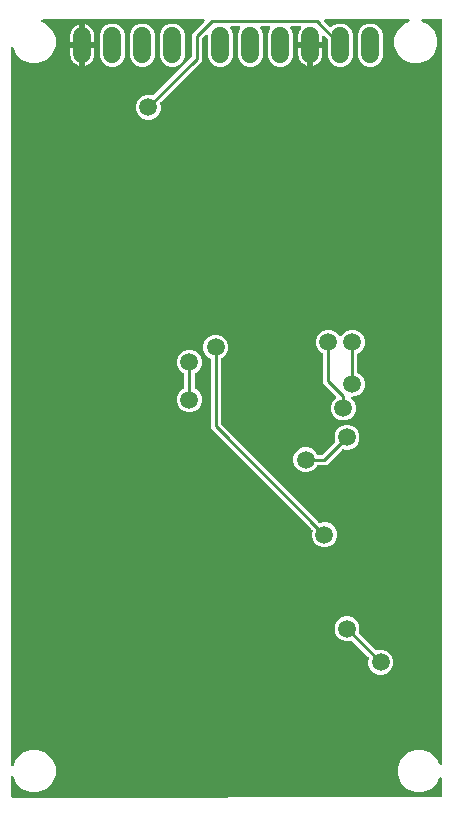
<source format=gbr>
G04 EAGLE Gerber X2 export*
%TF.Part,Single*%
%TF.FileFunction,Copper,L2,Bot,Mixed*%
%TF.FilePolarity,Positive*%
%TF.GenerationSoftware,Autodesk,EAGLE,8.6.0*%
%TF.CreationDate,2018-02-12T05:02:09Z*%
G75*
%MOMM*%
%FSLAX34Y34*%
%LPD*%
%AMOC8*
5,1,8,0,0,1.08239X$1,22.5*%
G01*
%ADD10C,1.524000*%
%ADD11C,1.500000*%
%ADD12C,0.254000*%

G36*
X374500Y28903D02*
X374500Y28903D01*
X374617Y28918D01*
X374735Y28925D01*
X374774Y28938D01*
X374815Y28943D01*
X374925Y28987D01*
X375037Y29023D01*
X375072Y29045D01*
X375111Y29061D01*
X375206Y29130D01*
X375306Y29193D01*
X375334Y29223D01*
X375368Y29248D01*
X375443Y29339D01*
X375524Y29425D01*
X375544Y29461D01*
X375570Y29493D01*
X375621Y29600D01*
X375678Y29703D01*
X375688Y29743D01*
X375705Y29781D01*
X375728Y29897D01*
X375757Y30011D01*
X375761Y30073D01*
X375765Y30093D01*
X375764Y30114D01*
X375767Y30172D01*
X375767Y44229D01*
X375759Y44299D01*
X375760Y44368D01*
X375739Y44456D01*
X375727Y44545D01*
X375702Y44610D01*
X375685Y44678D01*
X375643Y44757D01*
X375610Y44841D01*
X375569Y44897D01*
X375537Y44959D01*
X375476Y45025D01*
X375424Y45098D01*
X375370Y45142D01*
X375323Y45194D01*
X375248Y45243D01*
X375179Y45301D01*
X375115Y45330D01*
X375057Y45369D01*
X374972Y45398D01*
X374891Y45436D01*
X374822Y45449D01*
X374756Y45472D01*
X374667Y45479D01*
X374579Y45496D01*
X374509Y45492D01*
X374439Y45497D01*
X374351Y45482D01*
X374261Y45476D01*
X374195Y45455D01*
X374126Y45443D01*
X374044Y45406D01*
X373959Y45378D01*
X373900Y45341D01*
X373836Y45312D01*
X373766Y45256D01*
X373690Y45208D01*
X373642Y45157D01*
X373588Y45114D01*
X373533Y45042D01*
X373472Y44977D01*
X373438Y44915D01*
X373396Y44860D01*
X373325Y44715D01*
X371622Y40603D01*
X366559Y35540D01*
X359943Y32799D01*
X352781Y32799D01*
X346165Y35540D01*
X341102Y40603D01*
X338361Y47219D01*
X338361Y54381D01*
X341102Y60997D01*
X346165Y66060D01*
X352781Y68801D01*
X359943Y68801D01*
X366559Y66060D01*
X371622Y60997D01*
X373325Y56885D01*
X373360Y56824D01*
X373386Y56759D01*
X373438Y56687D01*
X373483Y56609D01*
X373531Y56559D01*
X373572Y56502D01*
X373642Y56445D01*
X373704Y56380D01*
X373764Y56344D01*
X373817Y56299D01*
X373899Y56261D01*
X373975Y56214D01*
X374042Y56193D01*
X374105Y56164D01*
X374193Y56147D01*
X374279Y56120D01*
X374349Y56117D01*
X374418Y56104D01*
X374507Y56110D01*
X374597Y56105D01*
X374665Y56119D01*
X374735Y56124D01*
X374820Y56151D01*
X374908Y56170D01*
X374971Y56200D01*
X375037Y56222D01*
X375113Y56270D01*
X375194Y56309D01*
X375247Y56355D01*
X375306Y56392D01*
X375368Y56457D01*
X375436Y56516D01*
X375476Y56573D01*
X375524Y56623D01*
X375567Y56702D01*
X375619Y56776D01*
X375644Y56841D01*
X375678Y56902D01*
X375700Y56989D01*
X375732Y57073D01*
X375740Y57142D01*
X375757Y57210D01*
X375767Y57371D01*
X375767Y686352D01*
X375752Y686471D01*
X375745Y686591D01*
X375732Y686628D01*
X375727Y686668D01*
X375683Y686779D01*
X375646Y686893D01*
X375625Y686927D01*
X375610Y686963D01*
X375540Y687060D01*
X375476Y687162D01*
X375447Y687189D01*
X375424Y687221D01*
X375331Y687297D01*
X375244Y687379D01*
X375209Y687398D01*
X375179Y687424D01*
X375070Y687475D01*
X374965Y687532D01*
X374927Y687542D01*
X374891Y687559D01*
X374773Y687582D01*
X374657Y687611D01*
X374598Y687615D01*
X374579Y687619D01*
X374558Y687618D01*
X374496Y687621D01*
X359459Y687601D01*
X359391Y687592D01*
X359322Y687593D01*
X359233Y687572D01*
X359144Y687561D01*
X359079Y687535D01*
X359012Y687519D01*
X358932Y687477D01*
X358848Y687443D01*
X358792Y687403D01*
X358731Y687370D01*
X358664Y687309D01*
X358591Y687256D01*
X358547Y687203D01*
X358496Y687156D01*
X358446Y687081D01*
X358388Y687011D01*
X358359Y686948D01*
X358321Y686891D01*
X358292Y686805D01*
X358253Y686723D01*
X358240Y686655D01*
X358218Y686590D01*
X358211Y686500D01*
X358194Y686410D01*
X358198Y686342D01*
X358193Y686273D01*
X358208Y686183D01*
X358214Y686093D01*
X358235Y686027D01*
X358247Y685960D01*
X358284Y685877D01*
X358313Y685791D01*
X358349Y685732D01*
X358378Y685670D01*
X358434Y685599D01*
X358483Y685522D01*
X358533Y685475D01*
X358576Y685421D01*
X358649Y685366D01*
X358715Y685305D01*
X358775Y685271D01*
X358830Y685230D01*
X358975Y685159D01*
X363511Y683280D01*
X368574Y678217D01*
X371315Y671601D01*
X371315Y664439D01*
X368574Y657823D01*
X363511Y652760D01*
X356895Y650019D01*
X349733Y650019D01*
X343117Y652760D01*
X338054Y657823D01*
X335313Y664439D01*
X335313Y671601D01*
X338054Y678217D01*
X343117Y683280D01*
X347612Y685142D01*
X347674Y685177D01*
X347739Y685203D01*
X347811Y685256D01*
X347889Y685300D01*
X347939Y685349D01*
X347996Y685390D01*
X348053Y685459D01*
X348117Y685521D01*
X348154Y685581D01*
X348199Y685636D01*
X348237Y685716D01*
X348283Y685792D01*
X348304Y685859D01*
X348334Y685924D01*
X348351Y686011D01*
X348377Y686096D01*
X348380Y686166D01*
X348393Y686236D01*
X348388Y686325D01*
X348392Y686414D01*
X348378Y686483D01*
X348373Y686553D01*
X348346Y686638D01*
X348328Y686725D01*
X348297Y686789D01*
X348275Y686856D01*
X348227Y686931D01*
X348188Y687011D01*
X348142Y687065D01*
X348104Y687124D01*
X348039Y687185D01*
X347982Y687253D01*
X347924Y687294D01*
X347872Y687342D01*
X347794Y687385D01*
X347722Y687436D01*
X347655Y687461D01*
X347594Y687495D01*
X347507Y687517D01*
X347424Y687549D01*
X347354Y687556D01*
X347286Y687574D01*
X347125Y687584D01*
X277289Y687488D01*
X277152Y687471D01*
X277014Y687458D01*
X276994Y687451D01*
X276973Y687448D01*
X276845Y687397D01*
X276715Y687350D01*
X276697Y687338D01*
X276678Y687331D01*
X276566Y687249D01*
X276452Y687172D01*
X276438Y687156D01*
X276421Y687143D01*
X276332Y687037D01*
X276241Y686933D01*
X276232Y686915D01*
X276218Y686898D01*
X276159Y686773D01*
X276097Y686650D01*
X276092Y686630D01*
X276083Y686610D01*
X276057Y686474D01*
X276027Y686340D01*
X276028Y686319D01*
X276024Y686298D01*
X276033Y686160D01*
X276037Y686022D01*
X276043Y686002D01*
X276044Y685981D01*
X276087Y685849D01*
X276125Y685716D01*
X276136Y685698D01*
X276142Y685678D01*
X276216Y685562D01*
X276287Y685442D01*
X276306Y685420D01*
X276313Y685410D01*
X276328Y685396D01*
X276393Y685322D01*
X280680Y681035D01*
X280774Y680962D01*
X280863Y680883D01*
X280899Y680865D01*
X280931Y680840D01*
X281041Y680793D01*
X281146Y680738D01*
X281186Y680730D01*
X281223Y680714D01*
X281341Y680695D01*
X281457Y680669D01*
X281497Y680670D01*
X281537Y680664D01*
X281656Y680675D01*
X281775Y680678D01*
X281813Y680690D01*
X281854Y680694D01*
X281966Y680734D01*
X282080Y680767D01*
X282115Y680787D01*
X282153Y680801D01*
X282252Y680868D01*
X282354Y680928D01*
X282399Y680968D01*
X282416Y680980D01*
X282430Y680995D01*
X282475Y681035D01*
X283544Y682104D01*
X287447Y683721D01*
X291673Y683721D01*
X295576Y682104D01*
X298564Y679116D01*
X300181Y675213D01*
X300181Y655747D01*
X298564Y651844D01*
X295576Y648856D01*
X291673Y647239D01*
X287447Y647239D01*
X283544Y648856D01*
X280556Y651844D01*
X278939Y655747D01*
X278939Y670170D01*
X278927Y670268D01*
X278924Y670367D01*
X278907Y670426D01*
X278899Y670486D01*
X278863Y670578D01*
X278835Y670673D01*
X278805Y670725D01*
X278782Y670781D01*
X278724Y670862D01*
X278674Y670947D01*
X278608Y671022D01*
X278596Y671039D01*
X278586Y671047D01*
X278568Y671068D01*
X276487Y673148D01*
X276378Y673233D01*
X276271Y673322D01*
X276252Y673330D01*
X276236Y673343D01*
X276108Y673398D01*
X275983Y673457D01*
X275963Y673461D01*
X275944Y673469D01*
X275806Y673491D01*
X275670Y673517D01*
X275650Y673516D01*
X275630Y673519D01*
X275491Y673506D01*
X275353Y673497D01*
X275334Y673491D01*
X275314Y673489D01*
X275182Y673442D01*
X275051Y673399D01*
X275033Y673388D01*
X275014Y673382D01*
X274899Y673303D01*
X274782Y673229D01*
X274768Y673214D01*
X274751Y673203D01*
X274659Y673099D01*
X274564Y672997D01*
X274554Y672980D01*
X274541Y672965D01*
X274477Y672840D01*
X274410Y672719D01*
X274405Y672699D01*
X274396Y672681D01*
X274366Y672545D01*
X274331Y672411D01*
X274329Y672383D01*
X274326Y672371D01*
X274327Y672351D01*
X274321Y672250D01*
X274321Y668019D01*
X265430Y668019D01*
X265312Y668004D01*
X265193Y667997D01*
X265155Y667984D01*
X265115Y667979D01*
X265004Y667936D01*
X264891Y667899D01*
X264857Y667877D01*
X264819Y667862D01*
X264723Y667792D01*
X264622Y667729D01*
X264594Y667699D01*
X264562Y667675D01*
X264486Y667584D01*
X264404Y667497D01*
X264385Y667462D01*
X264359Y667431D01*
X264308Y667323D01*
X264251Y667219D01*
X264240Y667179D01*
X264223Y667143D01*
X264201Y667026D01*
X264171Y666911D01*
X264167Y666850D01*
X264163Y666830D01*
X264165Y666810D01*
X264161Y666750D01*
X264161Y665479D01*
X264159Y665479D01*
X264159Y666750D01*
X264144Y666868D01*
X264137Y666987D01*
X264124Y667025D01*
X264119Y667065D01*
X264075Y667176D01*
X264039Y667289D01*
X264017Y667324D01*
X264002Y667361D01*
X263932Y667457D01*
X263869Y667558D01*
X263839Y667586D01*
X263815Y667619D01*
X263724Y667694D01*
X263637Y667776D01*
X263602Y667796D01*
X263570Y667821D01*
X263463Y667872D01*
X263358Y667930D01*
X263319Y667940D01*
X263283Y667957D01*
X263166Y667979D01*
X263051Y668009D01*
X262990Y668013D01*
X262970Y668017D01*
X262950Y668015D01*
X262890Y668019D01*
X253999Y668019D01*
X253999Y673900D01*
X254249Y675479D01*
X254744Y677000D01*
X255470Y678425D01*
X256261Y679514D01*
X256280Y679549D01*
X256305Y679579D01*
X256356Y679688D01*
X256414Y679793D01*
X256424Y679831D01*
X256441Y679867D01*
X256463Y679984D01*
X256493Y680101D01*
X256493Y680141D01*
X256501Y680180D01*
X256493Y680299D01*
X256493Y680419D01*
X256483Y680457D01*
X256481Y680497D01*
X256444Y680611D01*
X256414Y680727D01*
X256395Y680762D01*
X256383Y680799D01*
X256319Y680901D01*
X256261Y681005D01*
X256234Y681034D01*
X256213Y681068D01*
X256125Y681150D01*
X256044Y681237D01*
X256010Y681259D01*
X255981Y681286D01*
X255876Y681344D01*
X255775Y681408D01*
X255737Y681420D01*
X255702Y681440D01*
X255587Y681469D01*
X255473Y681507D01*
X255433Y681509D01*
X255395Y681519D01*
X255234Y681529D01*
X248415Y681529D01*
X248277Y681512D01*
X248139Y681499D01*
X248120Y681492D01*
X248099Y681489D01*
X247970Y681438D01*
X247839Y681391D01*
X247823Y681380D01*
X247804Y681372D01*
X247691Y681291D01*
X247576Y681213D01*
X247563Y681197D01*
X247546Y681186D01*
X247458Y681079D01*
X247366Y680974D01*
X247356Y680956D01*
X247344Y680941D01*
X247284Y680815D01*
X247221Y680691D01*
X247217Y680671D01*
X247208Y680653D01*
X247182Y680517D01*
X247151Y680381D01*
X247152Y680360D01*
X247148Y680341D01*
X247157Y680202D01*
X247161Y680063D01*
X247167Y680043D01*
X247168Y680023D01*
X247211Y679891D01*
X247250Y679757D01*
X247260Y679740D01*
X247266Y679721D01*
X247340Y679603D01*
X247411Y679483D01*
X247430Y679462D01*
X247436Y679452D01*
X247451Y679438D01*
X247517Y679362D01*
X247764Y679116D01*
X249381Y675213D01*
X249381Y655747D01*
X247764Y651844D01*
X244776Y648856D01*
X240873Y647239D01*
X236647Y647239D01*
X232744Y648856D01*
X229756Y651844D01*
X228139Y655747D01*
X228139Y675213D01*
X229756Y679116D01*
X230003Y679362D01*
X230088Y679472D01*
X230176Y679579D01*
X230185Y679598D01*
X230197Y679614D01*
X230253Y679741D01*
X230312Y679867D01*
X230316Y679887D01*
X230324Y679906D01*
X230346Y680043D01*
X230372Y680180D01*
X230370Y680200D01*
X230374Y680220D01*
X230361Y680359D01*
X230352Y680497D01*
X230346Y680516D01*
X230344Y680536D01*
X230297Y680668D01*
X230254Y680799D01*
X230243Y680816D01*
X230236Y680836D01*
X230158Y680951D01*
X230084Y681068D01*
X230069Y681082D01*
X230058Y681099D01*
X229953Y681191D01*
X229852Y681286D01*
X229834Y681296D01*
X229819Y681309D01*
X229695Y681373D01*
X229574Y681440D01*
X229554Y681445D01*
X229536Y681454D01*
X229400Y681484D01*
X229266Y681519D01*
X229238Y681521D01*
X229226Y681524D01*
X229205Y681523D01*
X229105Y681529D01*
X223015Y681529D01*
X222877Y681512D01*
X222739Y681499D01*
X222720Y681492D01*
X222699Y681489D01*
X222570Y681438D01*
X222439Y681391D01*
X222423Y681380D01*
X222404Y681372D01*
X222291Y681291D01*
X222176Y681213D01*
X222163Y681197D01*
X222146Y681186D01*
X222058Y681079D01*
X221966Y680974D01*
X221956Y680956D01*
X221944Y680941D01*
X221884Y680815D01*
X221821Y680691D01*
X221817Y680671D01*
X221808Y680653D01*
X221782Y680517D01*
X221751Y680381D01*
X221752Y680360D01*
X221748Y680341D01*
X221757Y680202D01*
X221761Y680063D01*
X221767Y680043D01*
X221768Y680023D01*
X221811Y679891D01*
X221850Y679757D01*
X221860Y679740D01*
X221866Y679721D01*
X221940Y679603D01*
X222011Y679483D01*
X222030Y679462D01*
X222036Y679452D01*
X222051Y679438D01*
X222117Y679362D01*
X222364Y679116D01*
X223981Y675213D01*
X223981Y655747D01*
X222364Y651844D01*
X219376Y648856D01*
X215473Y647239D01*
X211247Y647239D01*
X207344Y648856D01*
X204356Y651844D01*
X202739Y655747D01*
X202739Y675213D01*
X204356Y679116D01*
X204603Y679362D01*
X204688Y679472D01*
X204776Y679579D01*
X204785Y679598D01*
X204797Y679614D01*
X204853Y679741D01*
X204912Y679867D01*
X204916Y679887D01*
X204924Y679906D01*
X204946Y680043D01*
X204972Y680180D01*
X204970Y680200D01*
X204974Y680220D01*
X204961Y680359D01*
X204952Y680497D01*
X204946Y680516D01*
X204944Y680536D01*
X204897Y680668D01*
X204854Y680799D01*
X204843Y680816D01*
X204836Y680836D01*
X204758Y680951D01*
X204684Y681068D01*
X204669Y681082D01*
X204658Y681099D01*
X204553Y681191D01*
X204452Y681286D01*
X204434Y681296D01*
X204419Y681309D01*
X204295Y681373D01*
X204174Y681440D01*
X204154Y681445D01*
X204136Y681454D01*
X204000Y681484D01*
X203866Y681519D01*
X203838Y681521D01*
X203826Y681524D01*
X203805Y681523D01*
X203705Y681529D01*
X197615Y681529D01*
X197477Y681512D01*
X197339Y681499D01*
X197320Y681492D01*
X197299Y681489D01*
X197170Y681438D01*
X197039Y681391D01*
X197023Y681380D01*
X197004Y681372D01*
X196891Y681291D01*
X196776Y681213D01*
X196763Y681197D01*
X196746Y681186D01*
X196658Y681079D01*
X196566Y680974D01*
X196556Y680956D01*
X196544Y680941D01*
X196484Y680815D01*
X196421Y680691D01*
X196417Y680671D01*
X196408Y680653D01*
X196382Y680517D01*
X196351Y680381D01*
X196352Y680360D01*
X196348Y680341D01*
X196357Y680202D01*
X196361Y680063D01*
X196367Y680043D01*
X196368Y680023D01*
X196411Y679891D01*
X196450Y679757D01*
X196460Y679740D01*
X196466Y679721D01*
X196540Y679603D01*
X196611Y679483D01*
X196630Y679462D01*
X196636Y679452D01*
X196651Y679438D01*
X196717Y679362D01*
X196964Y679116D01*
X198581Y675213D01*
X198581Y655747D01*
X196964Y651844D01*
X193976Y648856D01*
X190073Y647239D01*
X185847Y647239D01*
X181944Y648856D01*
X178956Y651844D01*
X177339Y655747D01*
X177339Y673060D01*
X177322Y673198D01*
X177309Y673337D01*
X177302Y673356D01*
X177299Y673376D01*
X177248Y673505D01*
X177201Y673636D01*
X177190Y673653D01*
X177182Y673672D01*
X177101Y673784D01*
X177023Y673899D01*
X177007Y673912D01*
X176996Y673929D01*
X176888Y674018D01*
X176784Y674110D01*
X176766Y674119D01*
X176751Y674132D01*
X176625Y674191D01*
X176501Y674254D01*
X176481Y674259D01*
X176463Y674267D01*
X176327Y674293D01*
X176191Y674324D01*
X176170Y674323D01*
X176151Y674327D01*
X176012Y674318D01*
X175873Y674314D01*
X175853Y674309D01*
X175833Y674307D01*
X175701Y674264D01*
X175567Y674226D01*
X175550Y674215D01*
X175531Y674209D01*
X175413Y674135D01*
X175293Y674064D01*
X175272Y674046D01*
X175262Y674039D01*
X175248Y674024D01*
X175173Y673958D01*
X172917Y671703D01*
X172857Y671624D01*
X172789Y671552D01*
X172760Y671499D01*
X172723Y671451D01*
X172683Y671361D01*
X172635Y671274D01*
X172620Y671215D01*
X172596Y671160D01*
X172581Y671062D01*
X172556Y670966D01*
X172550Y670866D01*
X172546Y670846D01*
X172548Y670833D01*
X172546Y670805D01*
X172546Y652281D01*
X169672Y649408D01*
X137406Y617141D01*
X137387Y617118D01*
X137365Y617098D01*
X137290Y616992D01*
X137211Y616890D01*
X137199Y616862D01*
X137182Y616838D01*
X137136Y616717D01*
X137084Y616598D01*
X137080Y616569D01*
X137069Y616541D01*
X137055Y616412D01*
X137034Y616284D01*
X137037Y616254D01*
X137034Y616225D01*
X137052Y616096D01*
X137064Y615967D01*
X137074Y615939D01*
X137078Y615910D01*
X137130Y615758D01*
X137501Y614864D01*
X137501Y610686D01*
X135902Y606827D01*
X132948Y603873D01*
X129089Y602274D01*
X124911Y602274D01*
X121052Y603873D01*
X118098Y606827D01*
X116499Y610686D01*
X116499Y614864D01*
X118098Y618723D01*
X121052Y621677D01*
X124911Y623276D01*
X129089Y623276D01*
X129983Y622905D01*
X130011Y622898D01*
X130037Y622884D01*
X130164Y622856D01*
X130289Y622822D01*
X130319Y622821D01*
X130348Y622815D01*
X130478Y622819D01*
X130607Y622816D01*
X130636Y622823D01*
X130666Y622824D01*
X130790Y622860D01*
X130917Y622891D01*
X130943Y622904D01*
X130971Y622913D01*
X131083Y622979D01*
X131198Y623039D01*
X131220Y623059D01*
X131245Y623074D01*
X131366Y623181D01*
X163633Y655447D01*
X163693Y655526D01*
X163761Y655598D01*
X163790Y655651D01*
X163827Y655699D01*
X163867Y655789D01*
X163915Y655876D01*
X163930Y655935D01*
X163954Y655990D01*
X163969Y656088D01*
X163994Y656184D01*
X164000Y656284D01*
X164004Y656304D01*
X164002Y656317D01*
X164004Y656345D01*
X164004Y674869D01*
X174315Y685179D01*
X174400Y685290D01*
X174490Y685398D01*
X174498Y685415D01*
X174510Y685431D01*
X174565Y685559D01*
X174625Y685686D01*
X174628Y685705D01*
X174636Y685723D01*
X174658Y685861D01*
X174684Y685998D01*
X174683Y686018D01*
X174686Y686037D01*
X174673Y686176D01*
X174664Y686316D01*
X174658Y686334D01*
X174656Y686353D01*
X174609Y686485D01*
X174565Y686618D01*
X174555Y686634D01*
X174548Y686653D01*
X174470Y686769D01*
X174395Y686886D01*
X174381Y686900D01*
X174370Y686916D01*
X174265Y687008D01*
X174163Y687104D01*
X174146Y687113D01*
X174131Y687126D01*
X174007Y687190D01*
X173884Y687257D01*
X173865Y687262D01*
X173848Y687271D01*
X173712Y687301D01*
X173576Y687336D01*
X173549Y687338D01*
X173538Y687340D01*
X173518Y687340D01*
X173416Y687346D01*
X37688Y687160D01*
X37620Y687152D01*
X37551Y687153D01*
X37463Y687132D01*
X37373Y687120D01*
X37309Y687095D01*
X37242Y687079D01*
X37161Y687036D01*
X37077Y687003D01*
X37022Y686962D01*
X36961Y686930D01*
X36894Y686869D01*
X36820Y686816D01*
X36776Y686762D01*
X36725Y686716D01*
X36675Y686640D01*
X36618Y686570D01*
X36588Y686508D01*
X36550Y686450D01*
X36521Y686365D01*
X36482Y686282D01*
X36470Y686215D01*
X36447Y686150D01*
X36440Y686059D01*
X36423Y685970D01*
X36428Y685901D01*
X36422Y685832D01*
X36438Y685743D01*
X36443Y685653D01*
X36465Y685587D01*
X36476Y685519D01*
X36514Y685436D01*
X36542Y685350D01*
X36579Y685292D01*
X36607Y685229D01*
X36664Y685158D01*
X36712Y685082D01*
X36763Y685035D01*
X36806Y684981D01*
X36878Y684926D01*
X36944Y684864D01*
X37005Y684831D01*
X37060Y684789D01*
X37204Y684719D01*
X40677Y683280D01*
X45740Y678217D01*
X48481Y671601D01*
X48481Y664439D01*
X45740Y657823D01*
X40677Y652760D01*
X34061Y650019D01*
X26899Y650019D01*
X20283Y652760D01*
X15220Y657823D01*
X13063Y663031D01*
X13028Y663092D01*
X13002Y663157D01*
X12950Y663229D01*
X12905Y663307D01*
X12857Y663358D01*
X12816Y663414D01*
X12746Y663471D01*
X12684Y663536D01*
X12624Y663572D01*
X12571Y663617D01*
X12489Y663655D01*
X12413Y663702D01*
X12346Y663723D01*
X12283Y663752D01*
X12195Y663769D01*
X12109Y663796D01*
X12039Y663799D01*
X11970Y663812D01*
X11881Y663807D01*
X11791Y663811D01*
X11723Y663797D01*
X11653Y663792D01*
X11568Y663765D01*
X11480Y663747D01*
X11417Y663716D01*
X11351Y663694D01*
X11275Y663646D01*
X11194Y663607D01*
X11141Y663562D01*
X11082Y663524D01*
X11020Y663459D01*
X10952Y663400D01*
X10912Y663343D01*
X10864Y663293D01*
X10821Y663214D01*
X10769Y663140D01*
X10744Y663075D01*
X10710Y663014D01*
X10688Y662927D01*
X10656Y662843D01*
X10648Y662774D01*
X10631Y662706D01*
X10621Y662545D01*
X10621Y56275D01*
X10629Y56205D01*
X10628Y56136D01*
X10649Y56048D01*
X10661Y55959D01*
X10686Y55894D01*
X10703Y55826D01*
X10745Y55747D01*
X10778Y55663D01*
X10819Y55607D01*
X10851Y55545D01*
X10912Y55479D01*
X10964Y55406D01*
X11018Y55361D01*
X11065Y55310D01*
X11140Y55260D01*
X11209Y55203D01*
X11273Y55173D01*
X11331Y55135D01*
X11416Y55106D01*
X11497Y55068D01*
X11566Y55055D01*
X11632Y55032D01*
X11721Y55025D01*
X11809Y55008D01*
X11879Y55012D01*
X11949Y55007D01*
X12037Y55022D01*
X12127Y55028D01*
X12193Y55049D01*
X12262Y55061D01*
X12344Y55098D01*
X12429Y55126D01*
X12488Y55163D01*
X12552Y55192D01*
X12622Y55248D01*
X12698Y55296D01*
X12746Y55347D01*
X12800Y55390D01*
X12855Y55462D01*
X12916Y55527D01*
X12950Y55589D01*
X12992Y55644D01*
X13063Y55789D01*
X15220Y60997D01*
X20283Y66060D01*
X26899Y68801D01*
X34061Y68801D01*
X40677Y66060D01*
X45740Y60997D01*
X48481Y54381D01*
X48481Y47219D01*
X45740Y40603D01*
X40677Y35540D01*
X34061Y32799D01*
X26899Y32799D01*
X20283Y35540D01*
X15220Y40603D01*
X13063Y45811D01*
X13028Y45872D01*
X13002Y45937D01*
X12950Y46009D01*
X12905Y46087D01*
X12857Y46138D01*
X12816Y46194D01*
X12746Y46251D01*
X12684Y46316D01*
X12624Y46352D01*
X12571Y46397D01*
X12489Y46435D01*
X12413Y46482D01*
X12346Y46503D01*
X12283Y46532D01*
X12195Y46549D01*
X12109Y46576D01*
X12039Y46579D01*
X11970Y46592D01*
X11881Y46587D01*
X11791Y46591D01*
X11723Y46577D01*
X11653Y46572D01*
X11568Y46545D01*
X11480Y46527D01*
X11417Y46496D01*
X11351Y46474D01*
X11275Y46426D01*
X11194Y46387D01*
X11141Y46342D01*
X11082Y46304D01*
X11020Y46239D01*
X10952Y46180D01*
X10912Y46123D01*
X10864Y46073D01*
X10821Y45994D01*
X10769Y45920D01*
X10744Y45855D01*
X10710Y45794D01*
X10688Y45707D01*
X10656Y45623D01*
X10648Y45554D01*
X10631Y45486D01*
X10621Y45325D01*
X10621Y29676D01*
X10636Y29557D01*
X10643Y29437D01*
X10656Y29400D01*
X10661Y29360D01*
X10705Y29249D01*
X10742Y29135D01*
X10763Y29101D01*
X10778Y29065D01*
X10848Y28968D01*
X10912Y28866D01*
X10941Y28839D01*
X10964Y28807D01*
X11057Y28731D01*
X11144Y28649D01*
X11179Y28630D01*
X11209Y28604D01*
X11318Y28553D01*
X11423Y28496D01*
X11461Y28486D01*
X11497Y28469D01*
X11615Y28446D01*
X11731Y28417D01*
X11790Y28413D01*
X11809Y28409D01*
X11830Y28410D01*
X11892Y28407D01*
X374500Y28903D01*
G37*
%LPC*%
G36*
X274136Y240324D02*
X274136Y240324D01*
X270277Y241923D01*
X267323Y244877D01*
X265724Y248736D01*
X265724Y252914D01*
X266095Y253808D01*
X266102Y253836D01*
X266116Y253862D01*
X266144Y253989D01*
X266178Y254114D01*
X266179Y254144D01*
X266185Y254173D01*
X266181Y254303D01*
X266184Y254432D01*
X266177Y254461D01*
X266176Y254491D01*
X266140Y254615D01*
X266109Y254742D01*
X266096Y254768D01*
X266087Y254796D01*
X266021Y254908D01*
X265961Y255023D01*
X265941Y255045D01*
X265926Y255070D01*
X265819Y255191D01*
X179879Y341131D01*
X179879Y399130D01*
X179876Y399159D01*
X179878Y399189D01*
X179856Y399317D01*
X179839Y399446D01*
X179829Y399473D01*
X179824Y399502D01*
X179770Y399621D01*
X179722Y399741D01*
X179705Y399765D01*
X179693Y399792D01*
X179612Y399894D01*
X179536Y399999D01*
X179513Y400017D01*
X179494Y400040D01*
X179391Y400119D01*
X179291Y400201D01*
X179264Y400214D01*
X179240Y400232D01*
X179096Y400303D01*
X178202Y400673D01*
X175248Y403627D01*
X173649Y407486D01*
X173649Y411664D01*
X175248Y415523D01*
X178202Y418477D01*
X182061Y420076D01*
X186239Y420076D01*
X190098Y418477D01*
X193052Y415523D01*
X194651Y411664D01*
X194651Y407486D01*
X193052Y403627D01*
X190098Y400673D01*
X189204Y400303D01*
X189179Y400288D01*
X189151Y400279D01*
X189041Y400210D01*
X188928Y400145D01*
X188907Y400125D01*
X188882Y400109D01*
X188793Y400014D01*
X188700Y399924D01*
X188684Y399899D01*
X188664Y399877D01*
X188601Y399763D01*
X188533Y399653D01*
X188525Y399624D01*
X188510Y399599D01*
X188478Y399473D01*
X188440Y399349D01*
X188438Y399319D01*
X188431Y399291D01*
X188421Y399130D01*
X188421Y345195D01*
X188433Y345097D01*
X188436Y344998D01*
X188453Y344939D01*
X188461Y344879D01*
X188497Y344787D01*
X188525Y344692D01*
X188555Y344640D01*
X188578Y344584D01*
X188636Y344503D01*
X188686Y344418D01*
X188752Y344343D01*
X188764Y344326D01*
X188774Y344318D01*
X188792Y344297D01*
X271859Y261231D01*
X271882Y261212D01*
X271902Y261190D01*
X272008Y261115D01*
X272110Y261036D01*
X272138Y261024D01*
X272162Y261007D01*
X272283Y260961D01*
X272402Y260909D01*
X272431Y260905D01*
X272459Y260894D01*
X272588Y260880D01*
X272716Y260859D01*
X272746Y260862D01*
X272775Y260859D01*
X272904Y260877D01*
X273033Y260889D01*
X273061Y260899D01*
X273090Y260903D01*
X273242Y260955D01*
X274136Y261326D01*
X278314Y261326D01*
X282173Y259727D01*
X285127Y256773D01*
X286726Y252914D01*
X286726Y248736D01*
X285127Y244877D01*
X282173Y241923D01*
X278314Y240324D01*
X274136Y240324D01*
G37*
%LPD*%
%LPC*%
G36*
X290011Y347639D02*
X290011Y347639D01*
X286152Y349238D01*
X283198Y352192D01*
X281599Y356051D01*
X281599Y360229D01*
X283198Y364088D01*
X285838Y366728D01*
X285911Y366822D01*
X285989Y366911D01*
X286008Y366947D01*
X286032Y366979D01*
X286080Y367089D01*
X286134Y367194D01*
X286143Y367234D01*
X286159Y367271D01*
X286177Y367389D01*
X286204Y367505D01*
X286202Y367545D01*
X286209Y367585D01*
X286197Y367704D01*
X286194Y367823D01*
X286183Y367861D01*
X286179Y367902D01*
X286139Y368014D01*
X286105Y368128D01*
X286085Y368163D01*
X286071Y368201D01*
X286004Y368300D01*
X285944Y368402D01*
X285904Y368447D01*
X285893Y368464D01*
X285877Y368478D01*
X285838Y368523D01*
X278003Y376358D01*
X275129Y379231D01*
X275129Y403575D01*
X275126Y403604D01*
X275128Y403634D01*
X275106Y403762D01*
X275089Y403891D01*
X275079Y403918D01*
X275074Y403947D01*
X275020Y404066D01*
X274972Y404186D01*
X274955Y404210D01*
X274943Y404237D01*
X274862Y404339D01*
X274786Y404444D01*
X274763Y404462D01*
X274744Y404485D01*
X274641Y404564D01*
X274541Y404646D01*
X274514Y404659D01*
X274490Y404677D01*
X274346Y404748D01*
X273452Y405118D01*
X270498Y408072D01*
X268899Y411931D01*
X268899Y416109D01*
X270498Y419968D01*
X273452Y422922D01*
X277311Y424521D01*
X281489Y424521D01*
X285348Y422922D01*
X288302Y419968D01*
X288387Y419762D01*
X288456Y419642D01*
X288521Y419519D01*
X288535Y419504D01*
X288545Y419486D01*
X288641Y419387D01*
X288735Y419283D01*
X288752Y419272D01*
X288766Y419258D01*
X288885Y419185D01*
X289001Y419109D01*
X289020Y419102D01*
X289037Y419091D01*
X289170Y419050D01*
X289302Y419005D01*
X289322Y419004D01*
X289341Y418998D01*
X289480Y418991D01*
X289619Y418980D01*
X289639Y418984D01*
X289659Y418983D01*
X289795Y419011D01*
X289932Y419035D01*
X289951Y419043D01*
X289970Y419047D01*
X290096Y419108D01*
X290222Y419165D01*
X290238Y419178D01*
X290256Y419187D01*
X290362Y419277D01*
X290471Y419364D01*
X290483Y419380D01*
X290498Y419393D01*
X290578Y419507D01*
X290662Y419618D01*
X290674Y419643D01*
X290681Y419653D01*
X290688Y419672D01*
X290733Y419762D01*
X290818Y419968D01*
X293772Y422922D01*
X297631Y424521D01*
X301809Y424521D01*
X305668Y422922D01*
X308622Y419968D01*
X310221Y416109D01*
X310221Y411931D01*
X308622Y408072D01*
X305668Y405118D01*
X304774Y404748D01*
X304749Y404733D01*
X304721Y404724D01*
X304611Y404655D01*
X304498Y404590D01*
X304477Y404570D01*
X304452Y404554D01*
X304363Y404459D01*
X304270Y404369D01*
X304254Y404344D01*
X304234Y404322D01*
X304171Y404208D01*
X304103Y404098D01*
X304095Y404069D01*
X304080Y404044D01*
X304048Y403918D01*
X304010Y403794D01*
X304008Y403764D01*
X304001Y403736D01*
X303991Y403575D01*
X303991Y388905D01*
X303994Y388876D01*
X303992Y388846D01*
X304014Y388718D01*
X304031Y388589D01*
X304041Y388562D01*
X304046Y388533D01*
X304100Y388414D01*
X304148Y388294D01*
X304165Y388270D01*
X304177Y388243D01*
X304258Y388141D01*
X304334Y388036D01*
X304357Y388018D01*
X304376Y387995D01*
X304479Y387916D01*
X304579Y387834D01*
X304606Y387821D01*
X304630Y387803D01*
X304774Y387732D01*
X305668Y387362D01*
X308622Y384408D01*
X310221Y380549D01*
X310221Y376371D01*
X308622Y372512D01*
X305668Y369558D01*
X301809Y367959D01*
X300195Y367959D01*
X300058Y367942D01*
X299919Y367929D01*
X299900Y367922D01*
X299880Y367919D01*
X299751Y367868D01*
X299620Y367821D01*
X299603Y367810D01*
X299584Y367802D01*
X299472Y367721D01*
X299356Y367643D01*
X299343Y367627D01*
X299327Y367616D01*
X299238Y367508D01*
X299146Y367404D01*
X299137Y367386D01*
X299124Y367371D01*
X299065Y367245D01*
X299001Y367121D01*
X298997Y367101D01*
X298988Y367083D01*
X298962Y366946D01*
X298932Y366811D01*
X298932Y366790D01*
X298929Y366771D01*
X298937Y366632D01*
X298941Y366493D01*
X298947Y366473D01*
X298948Y366453D01*
X298991Y366321D01*
X299030Y366187D01*
X299040Y366170D01*
X299046Y366151D01*
X299121Y366033D01*
X299191Y365913D01*
X299210Y365892D01*
X299216Y365882D01*
X299231Y365868D01*
X299298Y365793D01*
X301002Y364088D01*
X302601Y360229D01*
X302601Y356051D01*
X301002Y352192D01*
X298048Y349238D01*
X294189Y347639D01*
X290011Y347639D01*
G37*
%LPD*%
%LPC*%
G36*
X258261Y303824D02*
X258261Y303824D01*
X254402Y305423D01*
X251448Y308377D01*
X249849Y312236D01*
X249849Y316414D01*
X251448Y320273D01*
X254402Y323227D01*
X258261Y324826D01*
X262439Y324826D01*
X266298Y323227D01*
X269252Y320273D01*
X269622Y319379D01*
X269637Y319354D01*
X269646Y319326D01*
X269715Y319216D01*
X269780Y319103D01*
X269800Y319082D01*
X269816Y319057D01*
X269911Y318968D01*
X270001Y318875D01*
X270026Y318859D01*
X270048Y318839D01*
X270162Y318776D01*
X270272Y318708D01*
X270301Y318700D01*
X270326Y318685D01*
X270452Y318653D01*
X270576Y318615D01*
X270606Y318613D01*
X270634Y318606D01*
X270795Y318596D01*
X273930Y318596D01*
X274028Y318608D01*
X274127Y318611D01*
X274186Y318628D01*
X274246Y318636D01*
X274338Y318672D01*
X274433Y318700D01*
X274485Y318730D01*
X274541Y318753D01*
X274622Y318811D01*
X274707Y318861D01*
X274782Y318927D01*
X274799Y318939D01*
X274807Y318949D01*
X274828Y318967D01*
X284869Y329009D01*
X284888Y329033D01*
X284910Y329052D01*
X284985Y329158D01*
X285064Y329260D01*
X285076Y329288D01*
X285093Y329312D01*
X285139Y329433D01*
X285191Y329552D01*
X285195Y329581D01*
X285206Y329609D01*
X285220Y329738D01*
X285241Y329866D01*
X285238Y329896D01*
X285241Y329925D01*
X285223Y330054D01*
X285211Y330183D01*
X285201Y330211D01*
X285197Y330240D01*
X285145Y330392D01*
X284774Y331286D01*
X284774Y335464D01*
X286373Y339323D01*
X289327Y342277D01*
X293186Y343876D01*
X297364Y343876D01*
X301223Y342277D01*
X304177Y339323D01*
X305776Y335464D01*
X305776Y331286D01*
X304177Y327427D01*
X301223Y324473D01*
X297364Y322874D01*
X293186Y322874D01*
X292292Y323245D01*
X292264Y323252D01*
X292238Y323266D01*
X292111Y323294D01*
X291986Y323328D01*
X291956Y323329D01*
X291927Y323335D01*
X291798Y323331D01*
X291668Y323334D01*
X291639Y323327D01*
X291609Y323326D01*
X291485Y323290D01*
X291358Y323259D01*
X291332Y323246D01*
X291304Y323237D01*
X291192Y323171D01*
X291077Y323111D01*
X291055Y323091D01*
X291030Y323076D01*
X290909Y322969D01*
X277994Y310054D01*
X270795Y310054D01*
X270766Y310051D01*
X270736Y310053D01*
X270608Y310031D01*
X270479Y310014D01*
X270452Y310004D01*
X270423Y309999D01*
X270304Y309945D01*
X270184Y309897D01*
X270160Y309880D01*
X270133Y309868D01*
X270031Y309787D01*
X269926Y309711D01*
X269908Y309688D01*
X269885Y309669D01*
X269806Y309566D01*
X269724Y309466D01*
X269711Y309439D01*
X269693Y309415D01*
X269622Y309271D01*
X269252Y308377D01*
X266298Y305423D01*
X262439Y303824D01*
X258261Y303824D01*
G37*
%LPD*%
%LPC*%
G36*
X321761Y132374D02*
X321761Y132374D01*
X317902Y133973D01*
X314948Y136927D01*
X313349Y140786D01*
X313349Y144964D01*
X313720Y145858D01*
X313727Y145886D01*
X313741Y145912D01*
X313769Y146039D01*
X313803Y146164D01*
X313804Y146194D01*
X313810Y146223D01*
X313806Y146353D01*
X313809Y146482D01*
X313802Y146511D01*
X313801Y146541D01*
X313765Y146665D01*
X313734Y146792D01*
X313721Y146818D01*
X313712Y146846D01*
X313646Y146958D01*
X313586Y147073D01*
X313566Y147095D01*
X313551Y147120D01*
X313444Y147241D01*
X299641Y161044D01*
X299618Y161063D01*
X299598Y161085D01*
X299492Y161160D01*
X299390Y161239D01*
X299362Y161251D01*
X299338Y161268D01*
X299217Y161314D01*
X299098Y161366D01*
X299069Y161370D01*
X299041Y161381D01*
X298912Y161395D01*
X298784Y161416D01*
X298754Y161413D01*
X298725Y161416D01*
X298596Y161398D01*
X298467Y161386D01*
X298439Y161376D01*
X298410Y161372D01*
X298258Y161320D01*
X297364Y160949D01*
X293186Y160949D01*
X289327Y162548D01*
X286373Y165502D01*
X284774Y169361D01*
X284774Y173539D01*
X286373Y177398D01*
X289327Y180352D01*
X293186Y181951D01*
X297364Y181951D01*
X301223Y180352D01*
X304177Y177398D01*
X305776Y173539D01*
X305776Y169361D01*
X305405Y168467D01*
X305398Y168439D01*
X305384Y168413D01*
X305356Y168286D01*
X305322Y168161D01*
X305321Y168131D01*
X305315Y168102D01*
X305319Y167972D01*
X305316Y167843D01*
X305323Y167814D01*
X305324Y167784D01*
X305360Y167660D01*
X305391Y167533D01*
X305404Y167507D01*
X305413Y167479D01*
X305479Y167367D01*
X305539Y167252D01*
X305559Y167230D01*
X305574Y167205D01*
X305681Y167084D01*
X319484Y153281D01*
X319507Y153262D01*
X319527Y153240D01*
X319633Y153165D01*
X319735Y153086D01*
X319763Y153074D01*
X319787Y153057D01*
X319908Y153011D01*
X320027Y152959D01*
X320056Y152955D01*
X320084Y152944D01*
X320213Y152930D01*
X320341Y152909D01*
X320371Y152912D01*
X320400Y152909D01*
X320529Y152927D01*
X320658Y152939D01*
X320686Y152949D01*
X320715Y152953D01*
X320867Y153005D01*
X321761Y153376D01*
X325939Y153376D01*
X329798Y151777D01*
X332752Y148823D01*
X334351Y144964D01*
X334351Y140786D01*
X332752Y136927D01*
X329798Y133973D01*
X325939Y132374D01*
X321761Y132374D01*
G37*
%LPD*%
%LPC*%
G36*
X159836Y354624D02*
X159836Y354624D01*
X155977Y356223D01*
X153023Y359177D01*
X151424Y363036D01*
X151424Y367214D01*
X153023Y371073D01*
X155977Y374027D01*
X156871Y374397D01*
X156896Y374412D01*
X156924Y374421D01*
X157034Y374490D01*
X157147Y374555D01*
X157168Y374575D01*
X157193Y374591D01*
X157282Y374686D01*
X157375Y374776D01*
X157391Y374801D01*
X157411Y374823D01*
X157474Y374937D01*
X157542Y375047D01*
X157550Y375076D01*
X157565Y375101D01*
X157597Y375227D01*
X157635Y375351D01*
X157637Y375381D01*
X157644Y375409D01*
X157654Y375570D01*
X157654Y386430D01*
X157651Y386459D01*
X157653Y386489D01*
X157631Y386617D01*
X157614Y386746D01*
X157604Y386773D01*
X157599Y386802D01*
X157545Y386921D01*
X157497Y387041D01*
X157480Y387065D01*
X157468Y387092D01*
X157387Y387194D01*
X157311Y387299D01*
X157288Y387317D01*
X157269Y387340D01*
X157166Y387419D01*
X157066Y387501D01*
X157039Y387514D01*
X157015Y387532D01*
X156871Y387603D01*
X155977Y387973D01*
X153023Y390927D01*
X151424Y394786D01*
X151424Y398964D01*
X153023Y402823D01*
X155977Y405777D01*
X159836Y407376D01*
X164014Y407376D01*
X167873Y405777D01*
X170827Y402823D01*
X172426Y398964D01*
X172426Y394786D01*
X170827Y390927D01*
X167873Y387973D01*
X166979Y387603D01*
X166954Y387588D01*
X166926Y387579D01*
X166816Y387510D01*
X166703Y387445D01*
X166682Y387425D01*
X166657Y387409D01*
X166568Y387314D01*
X166475Y387224D01*
X166459Y387199D01*
X166439Y387177D01*
X166376Y387063D01*
X166308Y386953D01*
X166300Y386924D01*
X166285Y386899D01*
X166253Y386773D01*
X166215Y386649D01*
X166213Y386619D01*
X166206Y386591D01*
X166196Y386430D01*
X166196Y375570D01*
X166199Y375541D01*
X166197Y375511D01*
X166219Y375383D01*
X166236Y375254D01*
X166246Y375227D01*
X166251Y375198D01*
X166305Y375079D01*
X166353Y374959D01*
X166370Y374935D01*
X166382Y374908D01*
X166463Y374806D01*
X166539Y374701D01*
X166562Y374683D01*
X166581Y374660D01*
X166684Y374581D01*
X166784Y374499D01*
X166811Y374486D01*
X166835Y374468D01*
X166979Y374397D01*
X167873Y374027D01*
X170827Y371073D01*
X172426Y367214D01*
X172426Y363036D01*
X170827Y359177D01*
X167873Y356223D01*
X164014Y354624D01*
X159836Y354624D01*
G37*
%LPD*%
%LPC*%
G36*
X312847Y647239D02*
X312847Y647239D01*
X308944Y648856D01*
X305956Y651844D01*
X304339Y655747D01*
X304339Y675213D01*
X305956Y679116D01*
X308944Y682104D01*
X312847Y683721D01*
X317073Y683721D01*
X320976Y682104D01*
X323964Y679116D01*
X325581Y675213D01*
X325581Y655747D01*
X323964Y651844D01*
X320976Y648856D01*
X317073Y647239D01*
X312847Y647239D01*
G37*
%LPD*%
%LPC*%
G36*
X145207Y647239D02*
X145207Y647239D01*
X141304Y648856D01*
X138316Y651844D01*
X136699Y655747D01*
X136699Y675213D01*
X138316Y679116D01*
X141304Y682104D01*
X145207Y683721D01*
X149433Y683721D01*
X153336Y682104D01*
X156324Y679116D01*
X157941Y675213D01*
X157941Y655747D01*
X156324Y651844D01*
X153336Y648856D01*
X149433Y647239D01*
X145207Y647239D01*
G37*
%LPD*%
%LPC*%
G36*
X119807Y647239D02*
X119807Y647239D01*
X115904Y648856D01*
X112916Y651844D01*
X111299Y655747D01*
X111299Y675213D01*
X112916Y679116D01*
X115904Y682104D01*
X119807Y683721D01*
X124033Y683721D01*
X127936Y682104D01*
X130924Y679116D01*
X132541Y675213D01*
X132541Y655747D01*
X130924Y651844D01*
X127936Y648856D01*
X124033Y647239D01*
X119807Y647239D01*
G37*
%LPD*%
%LPC*%
G36*
X94407Y647239D02*
X94407Y647239D01*
X90504Y648856D01*
X87516Y651844D01*
X85899Y655747D01*
X85899Y675213D01*
X87516Y679116D01*
X90504Y682104D01*
X94407Y683721D01*
X98633Y683721D01*
X102536Y682104D01*
X105524Y679116D01*
X107141Y675213D01*
X107141Y655747D01*
X105524Y651844D01*
X102536Y648856D01*
X98633Y647239D01*
X94407Y647239D01*
G37*
%LPD*%
%LPC*%
G36*
X73659Y668019D02*
X73659Y668019D01*
X73659Y682959D01*
X75020Y682516D01*
X76445Y681790D01*
X77739Y680850D01*
X78870Y679719D01*
X79810Y678425D01*
X80536Y677000D01*
X81031Y675479D01*
X81281Y673900D01*
X81281Y668019D01*
X73659Y668019D01*
G37*
%LPD*%
%LPC*%
G36*
X266699Y662941D02*
X266699Y662941D01*
X274321Y662941D01*
X274321Y657060D01*
X274071Y655481D01*
X273576Y653960D01*
X272850Y652535D01*
X271910Y651241D01*
X270779Y650110D01*
X269485Y649170D01*
X268060Y648444D01*
X266699Y648001D01*
X266699Y662941D01*
G37*
%LPD*%
%LPC*%
G36*
X73659Y662941D02*
X73659Y662941D01*
X81281Y662941D01*
X81281Y657060D01*
X81031Y655481D01*
X80536Y653960D01*
X79810Y652535D01*
X78870Y651241D01*
X77739Y650110D01*
X76445Y649170D01*
X75020Y648444D01*
X73659Y648001D01*
X73659Y662941D01*
G37*
%LPD*%
%LPC*%
G36*
X60959Y668019D02*
X60959Y668019D01*
X60959Y673900D01*
X61209Y675479D01*
X61704Y677000D01*
X62430Y678425D01*
X63370Y679719D01*
X64501Y680850D01*
X65795Y681790D01*
X67220Y682516D01*
X68581Y682959D01*
X68581Y668019D01*
X60959Y668019D01*
G37*
%LPD*%
%LPC*%
G36*
X260260Y648444D02*
X260260Y648444D01*
X258835Y649170D01*
X257560Y650096D01*
X257541Y650110D01*
X256410Y651241D01*
X255470Y652535D01*
X254744Y653960D01*
X254249Y655481D01*
X253999Y657060D01*
X253999Y662941D01*
X261621Y662941D01*
X261621Y648001D01*
X260260Y648444D01*
G37*
%LPD*%
%LPC*%
G36*
X67220Y648444D02*
X67220Y648444D01*
X65795Y649170D01*
X64520Y650096D01*
X64501Y650110D01*
X63370Y651241D01*
X62430Y652535D01*
X61704Y653960D01*
X61209Y655481D01*
X60959Y657060D01*
X60959Y662941D01*
X68581Y662941D01*
X68581Y648001D01*
X67220Y648444D01*
G37*
%LPD*%
%LPC*%
G36*
X71119Y665479D02*
X71119Y665479D01*
X71119Y665481D01*
X71121Y665481D01*
X71121Y665479D01*
X71119Y665479D01*
G37*
%LPD*%
D10*
X314960Y673100D02*
X314960Y657860D01*
X289560Y657860D02*
X289560Y673100D01*
X264160Y673100D02*
X264160Y657860D01*
X238760Y657860D02*
X238760Y673100D01*
X213360Y673100D02*
X213360Y657860D01*
X187960Y657860D02*
X187960Y673100D01*
X147320Y673100D02*
X147320Y657860D01*
X121920Y657860D02*
X121920Y673100D01*
X96520Y673100D02*
X96520Y657860D01*
X71120Y657860D02*
X71120Y673100D01*
D11*
X213360Y162560D03*
X350520Y322580D03*
X292100Y261620D03*
X358140Y480060D03*
X340360Y566420D03*
X220980Y485140D03*
X83820Y604520D03*
X81280Y477520D03*
X81280Y350520D03*
X134620Y243840D03*
X266700Y124460D03*
D12*
X299720Y378460D02*
X299720Y414020D01*
D11*
X299720Y378460D03*
X299720Y414020D03*
D12*
X292100Y368300D02*
X292100Y358140D01*
X292100Y368300D02*
X279400Y381000D01*
X279400Y414020D01*
D11*
X292100Y358140D03*
X279400Y414020D03*
D12*
X276225Y314325D02*
X260350Y314325D01*
X276225Y314325D02*
X295275Y333375D01*
D11*
X260350Y314325D03*
X295275Y333375D03*
D12*
X184150Y342900D02*
X184150Y409575D01*
X184150Y342900D02*
X276225Y250825D01*
D11*
X184150Y409575D03*
X276225Y250825D03*
D12*
X127000Y612775D02*
X168275Y654050D01*
X168275Y673100D01*
X180975Y685800D01*
X269875Y685800D01*
X288925Y666750D01*
X289560Y665480D01*
D11*
X127000Y612775D03*
D12*
X161925Y396875D02*
X161925Y365125D01*
D11*
X161925Y365125D03*
X161925Y396875D03*
D12*
X295275Y171450D02*
X323850Y142875D01*
D11*
X295275Y171450D03*
X323850Y142875D03*
M02*

</source>
